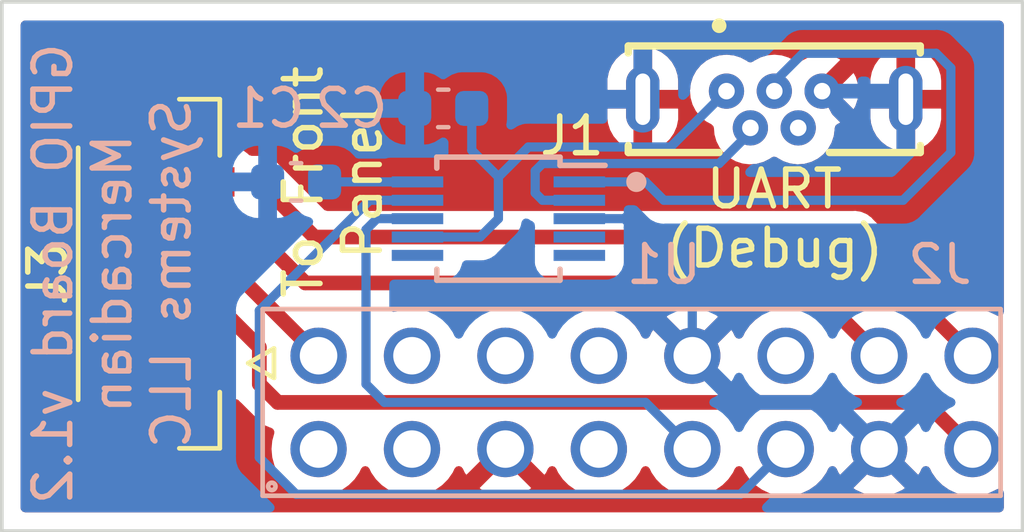
<source format=kicad_pcb>
(kicad_pcb (version 20211014) (generator pcbnew)
  (title_block (title "Proteus GPIO Board") (date "2023-05-03") (rev "v1.2") (company "Mercadian Systems LLC"))
  (layers (0 "F.Cu" signal) (31 "B.Cu" signal) (34 "B.Paste" user) (35 "F.Paste" user) (36 "B.SilkS" user "B.Silkscreen") (37 "F.SilkS" user "F.Silkscreen") (38 "B.Mask" user) (39 "F.Mask" user) (44 "Edge.Cuts" user))
  (net 0 "")
  (net 1 "Earth")
  (net 3 "/3.3v")
  (net 9 "/5v_USB")
  (net 10 "/D-")
  (net 12 "/Fan_Tach")
  (net 13 "/Activity")
  (net 17 "/D+")
  (net 19 "/UART_RX_to_TXD")
  (net 20 "/UART_TX_to_RXD")
  (net 21 "/5v_ROCK")
  (net 22 "/V3")
  (footprint "Footprints:MOLEX_5055680571" (layer "F.Cu") (at 122 105 90)
    (fp_text reference "J3" (at 0 -2.75 270) (layer "F.SilkS"))
    (fp_text value "5055680571" hide)
    (fp_line (start -4.75 1.925) (end -4.75 0.825) (layer "F.SilkS") (width 0.127))
    (fp_line (start 4.75 0.825) (end 4.75 1.925) (layer "F.SilkS") (width 0.127))
    (fp_line (start 4.75 1.925) (end 3.22 1.925) (layer "F.SilkS") (width 0.127))
    (fp_line (start -2.832 3.398) (end -2.032 3.398) (layer "F.SilkS") (width 0.127))
    (fp_line (start -3.22 1.925) (end -4.75 1.925) (layer "F.SilkS") (width 0.127))
    (fp_line (start 3.43 -1.925) (end -3.43 -1.925) (layer "F.SilkS") (width 0.127))
    (fp_line (start -2.432 2.698) (end -2.832 3.398) (layer "F.SilkS") (width 0.127))
    (fp_line (start -2.032 3.398) (end -2.432 2.698) (layer "F.SilkS") (width 0.127))
    (pad "1" smd rect (at -2.5 1.725 90) (size 0.8 1.2) (layers "F.Cu" "F.Paste") (net 1 "Earth"))
    (pad "2" smd rect (at -1.25 1.725 90) (size 0.8 1.2) (layers "F.Cu" "F.Paste") (net 21 "/5v_ROCK"))
    (pad "3" smd rect (at 0 1.725 90) (size 0.8 1.2) (layers "F.Cu" "F.Paste") (net 3 "/3.3v"))
    (pad "4" smd rect (at 1.25 1.725 90) (size 0.8 1.2) (layers "F.Cu" "F.Paste") (net 12 "/Fan_Tach"))
    (pad "5" smd rect (at 2.5 1.725 90) (size 0.8 1.2) (layers "F.Cu" "F.Paste") (net 13 "/Activity"))
    (pad "S1" smd rect (at -4.4 -0.57 90) (size 1.3 2.15) (layers "F.Cu" "F.Paste") (net 1 "Earth"))
    (pad "S2" smd rect (at 4.4 -0.57 90) (size 1.3 2.15) (layers "F.Cu" "F.Paste") (net 1 "Earth"))
  )
  (footprint "Footprints:GCT_USB3131-30-0230-A_REVB" (layer "F.Cu") (at 139 100.25)
    (fp_text reference "J1" (at -5.5 1) (layer "F.SilkS"))
    (fp_text value " KH-MICRO5P-L" hide)
    (fp_line (start -3.97 -1.26) (end -3.97 -1.45) (layer "F.SilkS") (width 0.2))
    (fp_line (start 1.5 1.45) (end 3.97 1.45) (layer "F.SilkS") (width 0.2))
    (fp_line (start -3.97 1.45) (end -1.5 1.45) (layer "F.SilkS") (width 0.2))
    (fp_line (start -3.97 1.45) (end -3.97 1.26) (layer "F.SilkS") (width 0.2))
    (fp_line (start -3.97 -1.45) (end 3.97 -1.45) (layer "F.SilkS") (width 0.2))
    (fp_line (start 3.97 -1.26) (end 3.97 -1.45) (layer "F.SilkS") (width 0.2))
    (fp_line (start 3.97 1.45) (end 3.97 1.26) (layer "F.SilkS") (width 0.2))
    (fp_circle (center -1.5 -2) (end -1.4 -2) (layer "F.SilkS") (width 0.2) (fill none))
    (pad "1" thru_hole circle locked (at -1.3 -0.22) (size 0.958 0.958) (drill 0.45) (layers *.Cu *.Mask) (net 9 "/5v_USB"))
    (pad "2" thru_hole circle locked (at -0.65 0.78) (size 0.958 0.958) (drill 0.45) (layers *.Cu *.Mask) (net 10 "/D-"))
    (pad "3" thru_hole circle locked (at 0 -0.22) (size 0.958 0.958) (drill 0.45) (layers *.Cu *.Mask) (net 17 "/D+"))
    (pad "4" thru_hole circle locked (at 0.65 0.78) (size 0.958 0.958) (drill 0.45) (layers *.Cu *.Mask))
    (pad "5" thru_hole circle locked (at 1.3 -0.22) (size 0.958 0.958) (drill 0.45) (layers *.Cu *.Mask) (net 1 "Earth"))
    (pad "S1" thru_hole oval locked (at -3.575 0) (size 0.908 1.816) (drill oval 0.4 1.4) (layers *.Cu *.Mask) (net 1 "Earth"))
    (pad "S2" thru_hole oval locked (at 3.575 0) (size 0.908 1.816) (drill oval 0.4 1.4) (layers *.Cu *.Mask) (net 1 "Earth"))
  )
  (footprint "Footprints:61301621821" (layer "B.Cu") (at 135.5 108.5 180)
    (fp_text reference "J2" (at -8 3.75) (layer "B.SilkS") (effects (justify mirror)))
    (fp_text value "DW254R-22-16-85" hide)
    (fp_line (start -9.652 -2.54) (end 10.41 -2.54) (layer "B.SilkS") (width 0.127))
    (fp_line (start 10.41 2.54) (end -9.652 2.54) (layer "B.SilkS") (width 0.127))
    (fp_line (start -9.652 2.54) (end -9.652 -2.54) (layer "B.SilkS") (width 0.127))
    (fp_line (start 10.41 -2.54) (end 10.41 2.54) (layer "B.SilkS") (width 0.127))
    (fp_circle (center 10.16 -2.286) (end 10.26 -2.286) (layer "B.SilkS") (width 0.127) (fill none))
    (pad "1" thru_hole circle (at 8.89 -1.27 180) (size 1.53 1.53) (drill 1.02) (layers *.Cu *.Mask))
    (pad "2" thru_hole circle (at 8.89 1.27 180) (size 1.53 1.53) (drill 1.02) (layers *.Cu *.Mask) (net 3 "/3.3v"))
    (pad "3" thru_hole circle (at 6.35 -1.27 180) (size 1.53 1.53) (drill 1.02) (layers *.Cu *.Mask))
    (pad "4" thru_hole circle (at 6.35 1.27 180) (size 1.53 1.53) (drill 1.02) (layers *.Cu *.Mask))
    (pad "5" thru_hole circle (at 3.81 -1.27 180) (size 1.53 1.53) (drill 1.02) (layers *.Cu *.Mask) (net 1 "Earth"))
    (pad "6" thru_hole circle (at 3.81 1.27 180) (size 1.53 1.53) (drill 1.02) (layers *.Cu *.Mask))
    (pad "7" thru_hole circle (at 1.27 -1.27 180) (size 1.53 1.53) (drill 1.02) (layers *.Cu *.Mask))
    (pad "8" thru_hole circle (at 1.27 1.27 180) (size 1.53 1.53) (drill 1.02) (layers *.Cu *.Mask))
    (pad "9" thru_hole circle (at -1.27 -1.27 180) (size 1.53 1.53) (drill 1.02) (layers *.Cu *.Mask) (net 19 "/UART_RX_to_TXD"))
    (pad "10" thru_hole circle (at -1.27 1.27 180) (size 1.53 1.53) (drill 1.02) (layers *.Cu *.Mask) (net 1 "Earth"))
    (pad "11" thru_hole circle (at -3.81 -1.27 180) (size 1.53 1.53) (drill 1.02) (layers *.Cu *.Mask) (net 20 "/UART_TX_to_RXD"))
    (pad "12" thru_hole circle (at -3.81 1.27 180) (size 1.53 1.53) (drill 1.02) (layers *.Cu *.Mask))
    (pad "13" thru_hole circle (at -6.35 -1.27 180) (size 1.53 1.53) (drill 1.02) (layers *.Cu *.Mask) (net 1 "Earth"))
    (pad "14" thru_hole circle (at -6.35 1.27 180) (size 1.53 1.53) (drill 1.02) (layers *.Cu *.Mask) (net 12 "/Fan_Tach"))
    (pad "15" thru_hole circle (at -8.89 -1.27 180) (size 1.53 1.53) (drill 1.02) (layers *.Cu *.Mask) (net 21 "/5v_ROCK"))
    (pad "16" thru_hole circle (at -8.89 1.27 180) (size 1.53 1.53) (drill 1.02) (layers *.Cu *.Mask) (net 13 "/Activity"))
  )
  (footprint "Package_SO:MSOP-10_3x3mm_P0.5mm" (layer "B.Cu") (at 131.5 103.5 180)
    (fp_text reference "U1" (at -4.5 -1.25) (layer "B.SilkS") (effects (justify mirror)))
    (fp_text value "CH340E" hide)
    (fp_line (start -1.675 1.45) (end -2.9 1.45) (layer "B.SilkS") (width 0.15))
    (fp_line (start -1.675 1.675) (end -1.675 1.45) (layer "B.SilkS") (width 0.15))
    (fp_line (start 1.675 -1.675) (end 1.675 -1.375) (layer "B.SilkS") (width 0.15))
    (fp_line (start -1.675 -1.675) (end -1.675 -1.375) (layer "B.SilkS") (width 0.15))
    (fp_line (start 1.675 1.675) (end 1.675 1.375) (layer "B.SilkS") (width 0.15))
    (fp_line (start -1.675 1.675) (end 1.675 1.675) (layer "B.SilkS") (width 0.15))
    (fp_line (start -1.675 -1.675) (end 1.675 -1.675) (layer "B.SilkS") (width 0.15))
    (pad "1" smd rect (at -2.2 1 180) (size 1.4 0.3) (layers "B.Cu" "B.Paste" "B.Mask") (net 17 "/D+"))
    (pad "2" smd rect (at -2.2 0.5 180) (size 1.4 0.3) (layers "B.Cu" "B.Paste" "B.Mask") (net 10 "/D-"))
    (pad "3" smd rect (at -2.2 0 180) (size 1.4 0.3) (layers "B.Cu" "B.Paste" "B.Mask") (net 1 "Earth"))
    (pad "4" smd rect (at -2.2 -0.5 180) (size 1.4 0.3) (layers "B.Cu" "B.Paste" "B.Mask"))
    (pad "5" smd rect (at -2.2 -1 180) (size 1.4 0.3) (layers "B.Cu" "B.Paste" "B.Mask"))
    (pad "6" smd rect (at 2.2 -1 180) (size 1.4 0.3) (layers "B.Cu" "B.Paste" "B.Mask"))
    (pad "7" smd rect (at 2.2 -0.5 180) (size 1.4 0.3) (layers "B.Cu" "B.Paste" "B.Mask") (net 9 "/5v_USB"))
    (pad "8" smd rect (at 2.2 0 180) (size 1.4 0.3) (layers "B.Cu" "B.Paste" "B.Mask") (net 19 "/UART_RX_to_TXD"))
    (pad "9" smd rect (at 2.2 0.5 180) (size 1.4 0.3) (layers "B.Cu" "B.Paste" "B.Mask") (net 20 "/UART_TX_to_RXD"))
    (pad "10" smd rect (at 2.2 1 180) (size 1.4 0.3) (layers "B.Cu" "B.Paste" "B.Mask") (net 22 "/V3"))
  )
  (footprint "Capacitor_SMD:C_0603_1608Metric" (layer "B.Cu") (at 126 102.5 180)
    (fp_text reference "C1" (at 0.75 2) (layer "B.SilkS") (effects (justify mirror)))
    (fp_text value "0.1uF" hide)
    (fp_line (start -0.14058 -0.51) (end 0.14058 -0.51) (layer "B.SilkS") (width 0.12))
    (fp_line (start -0.14058 0.51) (end 0.14058 0.51) (layer "B.SilkS") (width 0.12))
    (pad "1" smd roundrect (at -0.775 0 180) (size 0.9 0.95) (layers "B.Cu" "B.Paste" "B.Mask") (net 22 "/V3"))
    (pad "2" smd roundrect (at 0.775 0 180) (size 0.9 0.95) (layers "B.Cu" "B.Paste" "B.Mask") (net 1 "Earth"))
  )
  (footprint "Capacitor_SMD:C_0603_1608Metric" (layer "B.Cu") (at 130 100.5 180)
    (fp_text reference "C2" (at 2.5 0) (layer "B.SilkS") (effects (justify mirror)))
    (fp_text value "0.1uF" hide)
    (fp_line (start -0.14058 0.51) (end 0.14058 0.51) (layer "B.SilkS") (width 0.12))
    (fp_line (start -0.14058 -0.51) (end 0.14058 -0.51) (layer "B.SilkS") (width 0.12))
    (pad "1" smd roundrect (at -0.775 0 180) (size 0.9 0.95) (layers "B.Cu" "B.Paste" "B.Mask") (net 9 "/5v_USB"))
    (pad "2" smd roundrect (at 0.775 0 180) (size 0.9 0.95) (layers "B.Cu" "B.Paste" "B.Mask") (net 1 "Earth"))
  )
  (gr_circle (center 135.25 102.5) (end 135.45 102.5) (layer "B.SilkS") (width 0.15) (fill solid))
  (gr_rect (start 145.75 112) (end 118 97.6) (layer "Edge.Cuts") (width 0.1) (fill none))
  (gr_text "GPIO Board v1.2\nMercadian\nSystems LLC" (at 121 105 90) (layer "B.SilkS") (effects (font (size 1 1)) (justify mirror)))
  (gr_text "UART\n(Debug)" (at 139 103.5) (layer "F.SilkS") (effects (font (size 1 1))))
  (gr_text "To Front\nPanel" (at 127 102.5 90) (layer "F.SilkS") (effects (font (size 1 1))))
  (segment (start 136.77 107.23) (end 136.77 105.27) (width 0.25) (layer "B.Cu") (net 1))
  (segment (start 138.04 108.5) (end 140.58 108.5) (width 0.4) (layer "B.Cu") (net 1))
  (segment (start 136.77 105.27) (end 135 103.5) (width 0.25) (layer "B.Cu") (net 1))
  (segment (start 142.355 100.03) (end 142.575 100.25) (width 0.4) (layer "B.Cu") (net 1))
  (segment (start 140.58 108.5) (end 141.85 109.77) (width 0.4) (layer "B.Cu") (net 1))
  (segment (start 136.77 107.23) (end 138.04 108.5) (width 0.4) (layer "B.Cu") (net 1))
  (segment (start 135 103.5) (end 133.7 103.5) (width 0.25) (layer "B.Cu") (net 1))
  (segment (start 140.3 100.03) (end 142.355 100.03) (width 0.4) (layer "B.Cu") (net 1))
  (segment (start 126.61 107.23) (end 124.38 105) (width 0.4) (layer "F.Cu") (net 3))
  (segment (start 124.38 105) (end 123.725 105) (width 0.4) (layer "F.Cu") (net 3))
  (segment (start 131 104) (end 129.3 104) (width 0.25) (layer "B.Cu") (net 9))
  (segment (start 132.313604 101.55) (end 131.5 102.363604) (width 0.25) (layer "B.Cu") (net 9))
  (segment (start 131.5 102.363604) (end 131.5 103.5) (width 0.25) (layer "B.Cu") (net 9))
  (segment (start 137.7 100.03) (end 136.18 101.55) (width 0.25) (layer "B.Cu") (net 9))
  (segment (start 136.18 101.55) (end 132.313604 101.55) (width 0.25) (layer "B.Cu") (net 9))
  (segment (start 130.775 100.5) (end 130.775 101.638604) (width 0.25) (layer "B.Cu") (net 9))
  (segment (start 131.5 103.5) (end 131 104) (width 0.25) (layer "B.Cu") (net 9))
  (segment (start 130.775 101.638604) (end 131.5 102.363604) (width 0.25) (layer "B.Cu") (net 9))
  (segment (start 132.5 102.8) (end 132.5 102.2) (width 0.25) (layer "B.Cu") (net 10))
  (segment (start 137.5 102) (end 138.35 101.15) (width 0.25) (layer "B.Cu") (net 10))
  (segment (start 132.5 102.2) (end 132.7 102) (width 0.25) (layer "B.Cu") (net 10))
  (segment (start 132.7 102) (end 137.5 102) (width 0.25) (layer "B.Cu") (net 10))
  (segment (start 132.7 103) (end 132.5 102.8) (width 0.25) (layer "B.Cu") (net 10))
  (segment (start 133.7 103) (end 132.7 103) (width 0.25) (layer "B.Cu") (net 10))
  (segment (start 126.25 105.25) (end 124.75 103.75) (width 0.4) (layer "F.Cu") (net 12))
  (segment (start 124.75 103.75) (end 123.725 103.75) (width 0.4) (layer "F.Cu") (net 12))
  (segment (start 139.87 105.25) (end 126.25 105.25) (width 0.4) (layer "F.Cu") (net 12))
  (segment (start 141.85 107.23) (end 139.87 105.25) (width 0.4) (layer "F.Cu") (net 12))
  (segment (start 141.16 104) (end 126.5 104) (width 0.4) (layer "F.Cu") (net 13))
  (segment (start 126.5 104) (end 125 102.5) (width 0.4) (layer "F.Cu") (net 13))
  (segment (start 125 102.5) (end 123.725 102.5) (width 0.4) (layer "F.Cu") (net 13))
  (segment (start 144.39 107.23) (end 141.16 104) (width 0.4) (layer "F.Cu") (net 13))
  (segment (start 139 99.78) (end 139.78 99) (width 0.25) (layer "B.Cu") (net 17))
  (segment (start 139.78 99) (end 143.4 99) (width 0.25) (layer "B.Cu") (net 17))
  (segment (start 136 103) (end 135.5 102.5) (width 0.25) (layer "B.Cu") (net 17))
  (segment (start 143.8 101.7) (end 142.5 103) (width 0.25) (layer "B.Cu") (net 17))
  (segment (start 135.5 102.5) (end 133.7 102.5) (width 0.25) (layer "B.Cu") (net 17))
  (segment (start 143.4 99) (end 143.8 99.4) (width 0.25) (layer "B.Cu") (net 17))
  (segment (start 142.5 103) (end 136 103) (width 0.25) (layer "B.Cu") (net 17))
  (segment (start 143.8 99.4) (end 143.8 101.7) (width 0.25) (layer "B.Cu") (net 17))
  (segment (start 128.4 108.5) (end 135.5 108.5) (width 0.25) (layer "B.Cu") (net 19))
  (segment (start 135.5 108.5) (end 136.77 109.77) (width 0.25) (layer "B.Cu") (net 19))
  (segment (start 128.2 103.5) (end 127.9 103.8) (width 0.25) (layer "B.Cu") (net 19))
  (segment (start 129.3 103.5) (end 128.2 103.5) (width 0.25) (layer "B.Cu") (net 19))
  (segment (start 127.9 103.8) (end 127.9 108) (width 0.25) (layer "B.Cu") (net 19))
  (segment (start 127.9 108) (end 128.4 108.5) (width 0.25) (layer "B.Cu") (net 19))
  (segment (start 128 103) (end 125 106) (width 0.25) (layer "B.Cu") (net 20))
  (segment (start 138.08 111) (end 139.31 109.77) (width 0.25) (layer "B.Cu") (net 20))
  (segment (start 125 110) (end 126 111) (width 0.25) (layer "B.Cu") (net 20))
  (segment (start 126 111) (end 138.08 111) (width 0.25) (layer "B.Cu") (net 20))
  (segment (start 129.3 103) (end 128 103) (width 0.25) (layer "B.Cu") (net 20))
  (segment (start 125 106) (end 125 110) (width 0.25) (layer "B.Cu") (net 20))
  (segment (start 125.5 108.5) (end 125 108) (width 0.4) (layer "F.Cu") (net 21))
  (segment (start 125 107) (end 124.25 106.25) (width 0.4) (layer "F.Cu") (net 21))
  (segment (start 143.12 108.5) (end 125.5 108.5) (width 0.4) (layer "F.Cu") (net 21))
  (segment (start 144.39 109.77) (end 143.12 108.5) (width 0.4) (layer "F.Cu") (net 21))
  (segment (start 124.25 106.25) (end 123.725 106.25) (width 0.4) (layer "F.Cu") (net 21))
  (segment (start 125 108) (end 125 107) (width 0.4) (layer "F.Cu") (net 21))
  (segment (start 129.3 102.5) (end 126.775 102.5) (width 0.25) (layer "B.Cu") (net 22))
  (zone (net 1) (net_name "Earth") (layer "F.Cu") (connect_pads (clearance 0.508)) (min_thickness 0.254) (fill yes (thermal_gap 0.508) (thermal_bridge_width 0.508))
    (polygon (pts (xy 145.25 111.5) (xy 118.5 111.5) (xy 118.5 98.1) (xy 145.25 98.1)))
  )
  (zone (net 1) (net_name "Earth") (layer "B.Cu") (connect_pads (clearance 0.508)) (min_thickness 0.254) (fill yes (thermal_gap 0.508) (thermal_bridge_width 0.508))
    (polygon (pts (xy 145.25 111.5) (xy 118.5 111.5) (xy 118.5 98.1) (xy 145.25 98.1)))
  )
)
</source>
